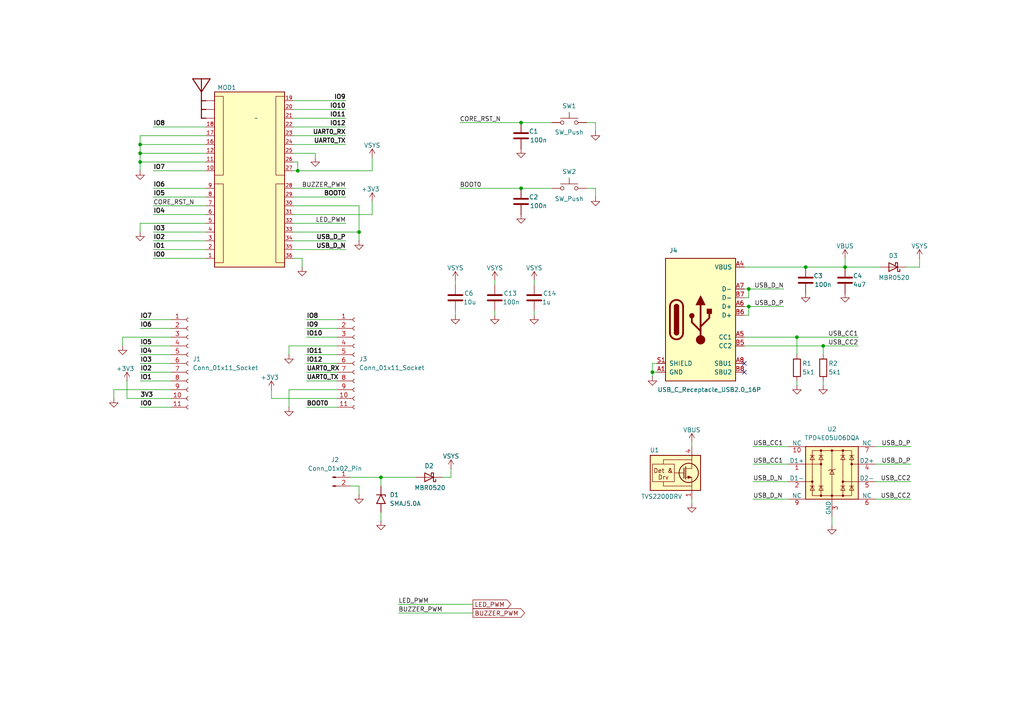
<source format=kicad_sch>
(kicad_sch (version 20250114) (generator "eeschema") (generator_version "9.0")
  (paper "A4")
  (lib_symbols
    (symbol "Connector:Conn_01x02_Pin" (pin_names (offset 1.016) (hide yes))
      (property "Reference" "J" (at 0 2.54 0))
      (property "Value" "Conn_01x02_Pin" (at 0 -5.08 0))
      (symbol "Conn_01x02_Pin_1_1"
        (rectangle (start 0.8636 0.127) (end 0 -0.127) (stroke (width 0.1524)) (fill (type outline)))
        (rectangle (start 0.8636 -2.413) (end 0 -2.667) (stroke (width 0.1524)) (fill (type outline)))
        (polyline (pts (xy 1.27 0) (xy 0.8636 0)) (stroke (width 0.1524)))
        (polyline (pts (xy 1.27 -2.54) (xy 0.8636 -2.54)) (stroke (width 0.1524)))
        (pin passive line (at 5.08 0 180) (length 3.81) (name "Pin_1") (number "1"))
        (pin passive line (at 5.08 -2.54 180) (length 3.81) (name "Pin_2") (number "2"))
      )
    )
    (symbol "Connector:Conn_01x11_Socket" (pin_names (offset 1.016) (hide yes))
      (property "Reference" "J" (at 0 15.24 0))
      (property "Value" "Conn_01x11_Socket" (at 0 -15.24 0))
      (symbol "Conn_01x11_Socket_1_1"
        (polyline (pts (xy -1.27 12.7) (xy -0.508 12.7)) (stroke (width 0.1524)))
        (polyline (pts (xy -1.27 10.16) (xy -0.508 10.16)) (stroke (width 0.1524)))
        (polyline (pts (xy -1.27 7.62) (xy -0.508 7.62)) (stroke (width 0.1524)))
        (polyline (pts (xy -1.27 5.08) (xy -0.508 5.08)) (stroke (width 0.1524)))
        (polyline (pts (xy -1.27 2.54) (xy -0.508 2.54)) (stroke (width 0.1524)))
        (polyline (pts (xy -1.27 0) (xy -0.508 0)) (stroke (width 0.1524)))
        (polyline (pts (xy -1.27 -2.54) (xy -0.508 -2.54)) (stroke (width 0.1524)))
        (polyline (pts (xy -1.27 -5.08) (xy -0.508 -5.08)) (stroke (width 0.1524)))
        (polyline (pts (xy -1.27 -7.62) (xy -0.508 -7.62)) (stroke (width 0.1524)))
        (polyline (pts (xy -1.27 -10.16) (xy -0.508 -10.16)) (stroke (width 0.1524)))
        (polyline (pts (xy -1.27 -12.7) (xy -0.508 -12.7)) (stroke (width 0.1524)))
        (arc (start 0 12.192) (mid -0.5058 12.7) (end 0 13.208) (stroke (width 0.1524)))
        (arc (start 0 9.652) (mid -0.5058 10.16) (end 0 10.668) (stroke (width 0.1524)))
        (arc (start 0 7.112) (mid -0.5058 7.62) (end 0 8.128) (stroke (width 0.1524)))
        (arc (start 0 4.572) (mid -0.5058 5.08) (end 0 5.588) (stroke (width 0.1524)))
        (arc (start 0 2.032) (mid -0.5058 2.54) (end 0 3.048) (stroke (width 0.1524)))
        (arc (start 0 -0.508) (mid -0.5058 0) (end 0 0.508) (stroke (width 0.1524)))
        (arc (start 0 -3.048) (mid -0.5058 -2.54) (end 0 -2.032) (stroke (width 0.1524)))
        (arc (start 0 -5.588) (mid -0.5058 -5.08) (end 0 -4.572) (stroke (width 0.1524)))
        (arc (start 0 -8.128) (mid -0.5058 -7.62) (end 0 -7.112) (stroke (width 0.1524)))
        (arc (start 0 -10.668) (mid -0.5058 -10.16) (end 0 -9.652) (stroke (width 0.1524)))
        (arc (start 0 -13.208) (mid -0.5058 -12.7) (end 0 -12.192) (stroke (width 0.1524)))
        (pin passive line (at -5.08 12.7 0) (length 3.81) (name "Pin_1") (number "1"))
        (pin passive line (at -5.08 10.16 0) (length 3.81) (name "Pin_2") (number "2"))
        (pin passive line (at -5.08 7.62 0) (length 3.81) (name "Pin_3") (number "3"))
        (pin passive line (at -5.08 5.08 0) (length 3.81) (name "Pin_4") (number "4"))
        (pin passive line (at -5.08 2.54 0) (length 3.81) (name "Pin_5") (number "5"))
        (pin passive line (at -5.08 0 0) (length 3.81) (name "Pin_6") (number "6"))
        (pin passive line (at -5.08 -2.54 0) (length 3.81) (name "Pin_7") (number "7"))
        (pin passive line (at -5.08 -5.08 0) (length 3.81) (name "Pin_8") (number "8"))
        (pin passive line (at -5.08 -7.62 0) (length 3.81) (name "Pin_9") (number "9"))
        (pin passive line (at -5.08 -10.16 0) (length 3.81) (name "Pin_10") (number "10"))
        (pin passive line (at -5.08 -12.7 0) (length 3.81) (name "Pin_11") (number "11"))
      )
    )
    (symbol "Device:C" (pin_numbers (hide yes)) (pin_names (offset 0.254))
      (property "Reference" "C" (at 0.635 2.54 0))
      (property "Value" "C" (at 0.635 -2.54 0))
      (symbol "C_0_1"
        (polyline (pts (xy -2.032 0.762) (xy 2.032 0.762)) (stroke (width 0.508)))
        (polyline (pts (xy -2.032 -0.762) (xy 2.032 -0.762)) (stroke (width 0.508)))
      )
      (symbol "C_1_1"
        (pin passive line (at 0 3.81 270) (length 2.794) (name "~") (number "1"))
        (pin passive line (at 0 -3.81 90) (length 2.794) (name "~") (number "2"))
      )
    )
    (symbol "Device:R" (pin_numbers (hide yes)) (pin_names (offset 0))
      (property "Reference" "R" (at 2.032 0 90))
      (property "Value" "R" (at 0 0 90))
      (symbol "R_0_1"
        (rectangle (start -1.016 -2.54) (end 1.016 2.54) (stroke (width 0.254)))
      )
      (symbol "R_1_1"
        (pin passive line (at 0 3.81 270) (length 1.27) (name "~") (number "1"))
        (pin passive line (at 0 -3.81 90) (length 1.27) (name "~") (number "2"))
      )
    )
    (symbol "Diode:MBR0520" (pin_numbers (hide yes)) (pin_names (offset 1.016) (hide yes))
      (property "Reference" "D" (at 0 2.54 0))
      (property "Value" "MBR0520" (at 0 -2.54 0))
      (symbol "MBR0520_0_1"
        (polyline (pts (xy -1.905 0.635) (xy -1.905 1.27) (xy -1.27 1.27) (xy -1.27 -1.27) (xy -0.635 -1.27) (xy -0.635 -0.635)) (stroke (width 0.254)))
        (polyline (pts (xy 1.27 1.27) (xy 1.27 -1.27) (xy -1.27 0) (xy 1.27 1.27)) (stroke (width 0.254)))
        (polyline (pts (xy 1.27 0) (xy -1.27 0)))
      )
      (symbol "MBR0520_1_1"
        (pin passive line (at -3.81 0 0) (length 2.54) (name "K") (number "1"))
        (pin passive line (at 3.81 0 180) (length 2.54) (name "A") (number "2"))
      )
    )
    (symbol "Diode:SMAJ5.0A" (pin_numbers (hide yes)) (pin_names (offset 1.016) (hide yes))
      (property "Reference" "D" (at 0 2.54 0))
      (property "Value" "SMAJ5.0A" (at 0 -2.54 0))
      (symbol "SMAJ5.0A_0_1"
        (polyline (pts (xy -0.762 1.27) (xy -1.27 1.27) (xy -1.27 -1.27)) (stroke (width 0.254)))
        (polyline (pts (xy 1.27 1.27) (xy 1.27 -1.27) (xy -1.27 0) (xy 1.27 1.27)) (stroke (width 0.254)))
      )
      (symbol "SMAJ5.0A_1_1"
        (pin passive line (at -3.81 0 0) (length 2.54) (name "A1") (number "1"))
        (pin passive line (at 3.81 0 180) (length 2.54) (name "A2") (number "2"))
      )
    )
    (symbol "ModLib:GND" (power) (pin_numbers (hide yes)) (pin_names (offset 0) (hide yes))
      (symbol "GND_0_1"
        (polyline (pts (xy 0 0) (xy 0 -1.27) (xy 1.27 -1.27) (xy 0 -2.54) (xy -1.27 -1.27) (xy 0 -1.27)))
      )
      (symbol "GND_1_1"
        (pin power_in line (at 0 0 270) (length 0) (name "~") (number "1"))
      )
    )
    (symbol "ModLib:VBUS" (power) (pin_numbers (hide yes)) (pin_names (offset 0) (hide yes))
      (property "Value" "VBUS" (at 0 3.556 0))
      (symbol "VBUS_0_1"
        (polyline (pts (xy -0.762 1.27) (xy 0 2.54)))
        (polyline (pts (xy 0 2.54) (xy 0.762 1.27)))
        (polyline (pts (xy 0 0) (xy 0 2.54)))
      )
      (symbol "VBUS_1_1"
        (pin power_in line (at 0 0 90) (length 0) (name "~") (number "1"))
      )
    )
    (symbol "ModWorksSymbols:ADA-Core_Under-Pads"
      (property "Reference" "MOD" (at -7.874 16.256 0))
      (property "Value" "ADA-Core-SoM-v1" (at 1.524 -36.83 0))
      (symbol "ADA-Core_Under-Pads_0_1"
        (polyline (pts (xy -16.51 19.05) (xy -11.43 19.05)) (stroke (width 0.3)))
        (polyline (pts (xy -13.97 15.24) (xy -16.51 19.05)) (stroke (width 0.3)))
        (polyline (pts (xy -13.97 15.24) (xy -13.97 19.05)) (stroke (width 0.3)))
        (polyline (pts (xy -13.97 15.24) (xy -11.43 19.05)) (stroke (width 0.3)))
        (polyline (pts (xy -13.97 7.62) (xy -13.97 15.24)) (stroke (width 0.3)))
        (polyline (pts (xy -12.7 12.7) (xy -13.97 12.7)) (stroke (width 0.3)))
        (polyline (pts (xy -12.7 12.7) (xy -10.16 12.7)) (stroke (width 0.15)))
        (polyline (pts (xy -12.7 10.16) (xy -13.97 10.16)) (stroke (width 0.3)))
        (polyline (pts (xy -12.7 10.16) (xy -10.16 10.16)) (stroke (width 0.15)))
        (polyline (pts (xy -12.7 7.62) (xy -13.97 7.62)) (stroke (width 0.3)))
        (polyline (pts (xy -12.7 7.62) (xy -10.16 7.62)) (stroke (width 0.15)))
        (polyline (pts (xy -10.16 -8.89) (xy -7.62 -8.89) (xy -7.62 13.97) (xy -10.16 13.97)))
        (polyline (pts (xy -10.16 -34.29) (xy -7.62 -34.29) (xy -7.62 -11.43) (xy -10.16 -11.43)))
        (polyline (pts (xy 10.16 13.97) (xy 7.62 13.97) (xy 7.62 -8.89) (xy 10.16 -8.89)))
        (polyline (pts (xy 10.16 -11.43) (xy 7.62 -11.43) (xy 7.62 -34.29) (xy 10.16 -34.29)))
      )
      (symbol "ADA-Core_Under-Pads_1_1"
        (rectangle (start -10.16 15.24) (end 10.16 -35.56) (stroke (width 0.25)) (fill (type background)))
        (pin passive line (at -12.7 5.08 0) (length 2.54) (name "") (number "18"))
        (pin passive line (at -12.7 2.54 0) (length 2.54) (name "") (number "17"))
        (pin passive line (at -12.7 0 0) (length 2.54) (name "") (number "16"))
        (pin passive line (at -12.7 -2.54 0) (length 2.54) (name "") (number "12"))
        (pin passive line (at -12.7 -5.08 0) (length 2.54) (name "") (number "11"))
        (pin passive line (at -12.7 -7.62 0) (length 2.54) (name "") (number "10"))
        (pin passive line (at -12.7 -12.7 0) (length 2.54) (name "") (number "9"))
        (pin passive line (at -12.7 -15.24 0) (length 2.54) (name "") (number "8"))
        (pin passive line (at -12.7 -17.78 0) (length 2.54) (name "") (number "7"))
        (pin passive line (at -12.7 -20.32 0) (length 2.54) (name "") (number "6"))
        (pin passive line (at -12.7 -22.86 0) (length 2.54) (name "") (number "5"))
        (pin passive line (at -12.7 -25.4 0) (length 2.54) (name "") (number "4"))
        (pin passive line (at -12.7 -27.94 0) (length 2.54) (name "") (number "3"))
        (pin passive line (at -12.7 -30.48 0) (length 2.54) (name "") (number "2"))
        (pin passive line (at -12.7 -33.02 0) (length 2.54) (name "") (number "1"))
        (pin passive line (at 12.7 12.7 180) (length 2.54) (name "") (number "19"))
        (pin passive line (at 12.7 10.16 180) (length 2.54) (name "") (number "20"))
        (pin passive line (at 12.7 7.62 180) (length 2.54) (name "") (number "21"))
        (pin passive line (at 12.7 5.08 180) (length 2.54) (name "") (number "22"))
        (pin passive line (at 12.7 2.54 180) (length 2.54) (name "") (number "23"))
        (pin passive line (at 12.7 0 180) (length 2.54) (name "") (number "24"))
        (pin passive line (at 12.7 -2.54 180) (length 2.54) (name "") (number "25"))
        (pin passive line (at 12.7 -5.08 180) (length 2.54) (name "") (number "26"))
        (pin passive line (at 12.7 -7.62 180) (length 2.54) (name "") (number "27"))
        (pin passive line (at 12.7 -12.7 180) (length 2.54) (name "") (number "28"))
        (pin passive line (at 12.7 -15.24 180) (length 2.54) (name "") (number "29"))
        (pin passive line (at 12.7 -17.78 180) (length 2.54) (name "") (number "30"))
        (pin passive line (at 12.7 -20.32 180) (length 2.54) (name "") (number "31"))
        (pin passive line (at 12.7 -22.86 180) (length 2.54) (name "") (number "32"))
        (pin passive line (at 12.7 -25.4 180) (length 2.54) (name "") (number "33"))
        (pin passive line (at 12.7 -27.94 180) (length 2.54) (name "") (number "34"))
        (pin passive line (at 12.7 -30.48 180) (length 2.54) (name "") (number "35"))
        (pin passive line (at 12.7 -33.02 180) (length 2.54) (name "") (number "36"))
      )
    )
    (symbol "ModWorksSymbols:SW_Push_1" (pin_numbers (hide yes)) (pin_names (offset 1.016) (hide yes))
      (property "Reference" "SW1" (at 0 7.62 0))
      (property "Value" "SW_Push" (at 0 5.08 0))
      (symbol "SW_Push_1_0_1"
        (circle (center -2.032 0) (radius 0.508))
        (polyline (pts (xy 0 1.27) (xy 0 3.048)))
        (circle (center 2.032 0) (radius 0.508))
        (polyline (pts (xy 2.54 1.27) (xy -2.54 1.27)))
        (pin passive line (at -5.08 0 0) (length 2.54) (name "1") (number "1"))
      )
      (symbol "SW_Push_1_1_1"
        (pin passive line (at -5.08 0 0) (length 2.54) (name "2") (number "2"))
        (pin passive line (at 5.08 0 180) (length 2.54) (name "3") (number "3"))
        (pin passive line (at 5.08 0 180) (length 2.54) (name "4") (number "4"))
      )
    )
    (symbol "ModWorksSymbols:USB_C_Receptacle_USB2.0_16P" (pin_names (offset 1.016))
      (property "Reference" "J1" (at -7.874 20.066 0))
      (property "Value" "USB_C_Receptacle_USB2.0_16P" (at 0 -29.21 0))
      (symbol "USB_C_Receptacle_USB2.0_16P_0_1"
        (rectangle (start -10.16 17.78) (end 10.16 -17.78) (stroke (width 0.254)) (fill (type background)))
        (polyline (pts (xy -8.89 -3.81) (xy -8.89 3.81)) (stroke (width 0.508)))
        (rectangle (start -7.62 -3.81) (end -6.35 3.81) (stroke (width 0.254)) (fill (type outline)))
        (arc (start -7.62 3.81) (mid -6.985 4.4423) (end -6.35 3.81) (stroke (width 0.254)))
        (arc (start -7.62 3.81) (mid -6.985 4.4423) (end -6.35 3.81) (stroke (width 0.254)) (fill (type outline)))
        (arc (start -8.89 3.81) (mid -6.985 5.7067) (end -5.08 3.81) (stroke (width 0.508)))
        (arc (start -5.08 -3.81) (mid -6.985 -5.7067) (end -8.89 -3.81) (stroke (width 0.508)))
        (arc (start -6.35 -3.81) (mid -6.985 -4.4423) (end -7.62 -3.81) (stroke (width 0.254)))
        (arc (start -6.35 -3.81) (mid -6.985 -4.4423) (end -7.62 -3.81) (stroke (width 0.254)) (fill (type outline)))
        (polyline (pts (xy -5.08 3.81) (xy -5.08 -3.81)) (stroke (width 0.508)))
        (circle (center -2.54 1.143) (radius 0.635) (stroke (width 0.254)) (fill (type outline)))
        (polyline (pts (xy -1.27 4.318) (xy 0 6.858) (xy 1.27 4.318) (xy -1.27 4.318)) (stroke (width 0.254)) (fill (type outline)))
        (polyline (pts (xy 0 -2.032) (xy 2.54 0.508) (xy 2.54 1.778)) (stroke (width 0.508)))
        (polyline (pts (xy 0 -3.302) (xy -2.54 -0.762) (xy -2.54 0.508)) (stroke (width 0.508)))
        (polyline (pts (xy 0 -5.842) (xy 0 4.318)) (stroke (width 0.508)))
        (circle (center 0 -5.842) (radius 1.27) (fill (type outline)))
        (rectangle (start 1.905 1.778) (end 3.175 3.048) (stroke (width 0.254)) (fill (type outline)))
      )
      (symbol "USB_C_Receptacle_USB2.0_16P_1_1"
        (pin passive line (at -12.7 -12.7 0) (length 2.54) (name "SHIELD") (number "S1"))
        (pin passive line (at -12.7 -15.24 0) (length 2.54) (name "GND") (number "A1"))
        (pin passive line (at -12.7 -15.24 0) (length 2.54) (hide yes) (name "GND") (number "A12"))
        (pin passive line (at -12.7 -15.24 0) (length 2.54) (hide yes) (name "GND") (number "B1"))
        (pin passive line (at -12.7 -15.24 0) (length 2.54) (hide yes) (name "GND") (number "B12"))
        (pin passive line (at 12.7 15.24 180) (length 2.54) (name "VBUS") (number "A4"))
        (pin passive line (at 12.7 15.24 180) (length 2.54) (hide yes) (name "VBUS") (number "A9"))
        (pin passive line (at 12.7 15.24 180) (length 2.54) (hide yes) (name "VBUS") (number "B4"))
        (pin passive line (at 12.7 15.24 180) (length 2.54) (hide yes) (name "VBUS") (number "B9"))
        (pin bidirectional line (at 12.7 8.89 180) (length 2.54) (name "D-") (number "A7"))
        (pin bidirectional line (at 12.7 6.35 180) (length 2.54) (name "D-") (number "B7"))
        (pin bidirectional line (at 12.7 3.81 180) (length 2.54) (name "D+") (number "A6"))
        (pin bidirectional line (at 12.7 1.27 180) (length 2.54) (name "D+") (number "B6"))
        (pin bidirectional line (at 12.7 -5.08 180) (length 2.54) (name "CC1") (number "A5"))
        (pin bidirectional line (at 12.7 -7.62 180) (length 2.54) (name "CC2") (number "B5"))
        (pin bidirectional line (at 12.7 -12.7 180) (length 2.54) (name "SBU1") (number "A8"))
        (pin bidirectional line (at 12.7 -15.24 180) (length 2.54) (name "SBU2") (number "B8"))
      )
    )
    (symbol "Power_Protection:TPD4E05U06DQA" (pin_names (offset 0))
      (property "Reference" "U" (at -0.635 8.89 0))
      (property "Value" "TPD4E05U06DQA" (at 1.905 -10.16 0))
      (symbol "TPD4E05U06DQA_0_0"
        (rectangle (start -5.715 6.477) (end 5.715 -6.604))
        (polyline (pts (xy -3.175 -6.604) (xy -3.175 6.477)))
        (polyline (pts (xy 0 6.477) (xy 0 -6.604)))
        (polyline (pts (xy 3.175 6.477) (xy 3.175 -6.604)))
      )
      (symbol "TPD4E05U06DQA_0_1"
        (polyline (pts (xy -7.747 2.54) (xy -3.175 2.54)))
        (rectangle (start -7.62 7.62) (end 7.62 -7.62) (stroke (width 0.254)) (fill (type background)))
        (polyline (pts (xy -7.62 -2.54) (xy -5.715 -2.54)))
        (circle (center -5.715 -2.54) (radius 0.2794) (fill (type outline)))
        (polyline (pts (xy -5.08 5.08) (xy -6.35 5.08)))
        (polyline (pts (xy -5.08 3.81) (xy -6.35 3.81) (xy -5.715 5.08) (xy -5.08 3.81)))
        (polyline (pts (xy -5.08 -3.81) (xy -6.35 -3.81)))
        (polyline (pts (xy -5.08 -5.08) (xy -6.35 -5.08) (xy -5.715 -3.81) (xy -5.08 -5.08)))
        (circle (center -3.175 6.477) (radius 0.2794) (fill (type outline)))
        (circle (center -3.175 2.54) (radius 0.2794) (fill (type outline)))
        (circle (center -3.175 -6.604) (radius 0.2794) (fill (type outline)))
        (polyline (pts (xy -2.54 5.08) (xy -3.81 5.08)))
        (polyline (pts (xy -2.54 3.81) (xy -3.81 3.81) (xy -3.175 5.08) (xy -2.54 3.81)))
        (polyline (pts (xy -2.54 -3.81) (xy -3.81 -3.81)))
        (polyline (pts (xy -2.54 -5.08) (xy -3.81 -5.08) (xy -3.175 -3.81) (xy -2.54 -5.08)))
        (polyline (pts (xy -0.635 0.889) (xy -1.016 0.635)))
        (circle (center 0 6.477) (radius 0.2794) (fill (type outline)))
        (polyline (pts (xy 0 -6.604) (xy 0 -7.62)))
        (circle (center 0 -6.604) (radius 0.2794) (fill (type outline)))
        (polyline (pts (xy 0.635 0.889) (xy -0.635 0.889)))
        (polyline (pts (xy 0.635 0.889) (xy 1.016 1.143)))
        (polyline (pts (xy 0.635 -0.381) (xy -0.635 -0.381) (xy 0 0.889) (xy 0.635 -0.381)))
        (circle (center 3.175 6.477) (radius 0.2794) (fill (type outline)))
        (circle (center 3.175 -2.54) (radius 0.2794) (fill (type outline)))
        (circle (center 3.175 -6.604) (radius 0.2794) (fill (type outline)))
        (polyline (pts (xy 3.81 5.08) (xy 2.54 5.08)))
        (polyline (pts (xy 3.81 3.81) (xy 2.54 3.81) (xy 3.175 5.08) (xy 3.81 3.81)))
        (polyline (pts (xy 3.81 -3.81) (xy 2.54 -3.81)))
        (polyline (pts (xy 3.81 -5.08) (xy 2.54 -5.08) (xy 3.175 -3.81) (xy 3.81 -5.08)))
        (circle (center 5.715 2.54) (radius 0.2794) (fill (type outline)))
        (polyline (pts (xy 6.35 5.08) (xy 5.08 5.08)))
        (polyline (pts (xy 6.35 3.81) (xy 5.08 3.81) (xy 5.715 5.08) (xy 6.35 3.81)))
        (polyline (pts (xy 6.35 -3.81) (xy 5.08 -3.81)))
        (polyline (pts (xy 6.35 -5.08) (xy 5.08 -5.08) (xy 5.715 -3.81) (xy 6.35 -5.08)))
        (polyline (pts (xy 7.62 2.54) (xy 5.715 2.54)))
        (polyline (pts (xy 7.62 -2.54) (xy 3.175 -2.54)))
      )
      (symbol "TPD4E05U06DQA_1_1"
        (pin free line (at -12.7 7.62 0) (length 5.08) (name "NC") (number "10"))
        (pin passive line (at -12.7 2.54 0) (length 5.08) (name "D1+") (number "1"))
        (pin passive line (at -12.7 -2.54 0) (length 5.08) (name "D1-") (number "2"))
        (pin free line (at -12.7 -7.62 0) (length 5.08) (name "NC") (number "9"))
        (pin power_in line (at 0 -12.7 90) (length 5.08) (name "GND") (number "3"))
        (pin passive line (at 0 -12.7 90) (length 5.08) (hide yes) (name "GND") (number "8"))
        (pin free line (at 12.7 7.62 180) (length 5.08) (name "NC") (number "7"))
        (pin passive line (at 12.7 2.54 180) (length 5.08) (name "D2+") (number "4"))
        (pin passive line (at 12.7 -2.54 180) (length 5.08) (name "D2-") (number "5"))
        (pin free line (at 12.7 -7.62 180) (length 5.08) (name "NC") (number "6"))
      )
    )
    (symbol "Power_Protection:TVS2200DRV" (pin_names (offset 0) (hide yes))
      (property "Reference" "U" (at 2.54 1.27 0))
      (property "Value" "TVS2200DRV" (at 2.54 -1.27 0))
      (symbol "TVS2200DRV_0_0"
        (rectangle (start -11.43 2.54) (end -5.08 -2.54))
        (polyline (pts (xy -8.255 2.54) (xy -8.255 3.81) (xy 0 3.81)))
        (polyline (pts (xy -8.255 -2.54) (xy -8.255 -3.81) (xy 0 -3.81)))
        (polyline (pts (xy 0 1.27) (xy -1.778 1.27)))
        (text "Det &" (at -8.255 0.635 0) (effects (font (size 1.27 1.27))))
        (text "Drv" (at -8.255 -1.27 0) (effects (font (size 1.27 1.27))))
      )
      (symbol "TVS2200DRV_0_1"
        (rectangle (start -12.065 5.08) (end 2.54 -5.08) (stroke (width 0.254)) (fill (type background)))
        (polyline (pts (xy -2.286 1.397) (xy -2.286 -1.524)) (stroke (width 0.254)))
        (polyline (pts (xy -2.286 0) (xy -5.08 0)))
        (polyline (pts (xy -1.778 1.778) (xy -1.778 -1.778)) (stroke (width 0.254)))
        (circle (center -0.889 0) (radius 2.794) (stroke (width 0.254)))
        (polyline (pts (xy -0.127 -1.27) (xy -1.143 -1.651) (xy -1.143 -0.889) (xy -0.127 -1.27)) (fill (type outline)))
        (polyline (pts (xy 0 5.08) (xy 0 2.54)))
        (polyline (pts (xy 0 2.54) (xy 0 1.27)))
        (polyline (pts (xy 0 -2.54) (xy 0 -5.08)))
        (polyline (pts (xy 0 -2.54) (xy 0 -1.27) (xy -1.778 -1.27)))
      )
      (symbol "TVS2200DRV_1_1"
        (pin passive line (at 0 7.62 270) (length 2.54) (name "IN") (number "4"))
        (pin passive line (at 0 7.62 270) (length 2.54) (hide yes) (name "IN") (number "5"))
        (pin passive line (at 0 7.62 270) (length 2.54) (hide yes) (name "IN") (number "6"))
        (pin power_in line (at 0 -7.62 90) (length 2.54) (name "GND") (number "1"))
        (pin passive line (at 0 -7.62 90) (length 2.54) (hide yes) (name "GND") (number "2"))
        (pin passive line (at 0 -7.62 90) (length 2.54) (hide yes) (name "GND") (number "3"))
        (pin passive line (at 0 -7.62 90) (length 2.54) (hide yes) (name "GND") (number "7"))
      )
    )
  )
  (junction (at 245.11 77.47))
  (junction (at 40.64 46.99))
  (junction (at 217.17 88.9))
  (junction (at 110.49 138.43))
  (junction (at 189.23 107.95))
  (junction (at 238.76 100.33))
  (junction (at 217.17 83.82))
  (junction (at 104.14 67.31))
  (junction (at 86.36 49.53))
  (junction (at 40.64 41.91))
  (junction (at 233.68 77.47))
  (junction (at 231.14 97.79))
  (junction (at 40.64 44.45))
  (junction (at 151.13 35.56))
  (junction (at 151.13 54.61))
  (no_connect (at 215.9 105.41))
  (no_connect (at 215.9 107.95))
  (wire (pts (xy 104.14 59.69) (xy 104.14 67.31)))
  (wire (pts (xy 44.45 74.93) (xy 59.69 74.93)))
  (wire (pts (xy 40.64 39.37) (xy 59.69 39.37)))
  (wire (pts (xy 137.16 175.26) (xy 115.57 175.26)))
  (wire (pts (xy 218.44 129.54) (xy 228.6 129.54)))
  (wire (pts (xy 44.45 67.31) (xy 59.69 67.31)))
  (wire (pts (xy 40.64 46.99) (xy 59.69 46.99)))
  (wire (pts (xy 40.64 67.31) (xy 40.64 64.77)))
  (wire (pts (xy 215.9 97.79) (xy 231.14 97.79)))
  (wire (pts (xy 85.09 62.23) (xy 107.95 62.23)))
  (wire (pts (xy 33.02 113.03) (xy 49.53 113.03)))
  (wire (pts (xy 110.49 138.43) (xy 110.49 140.97)))
  (wire (pts (xy 217.17 83.82) (xy 227.33 83.82)))
  (wire (pts (xy 264.16 129.54) (xy 254 129.54)))
  (wire (pts (xy 217.17 88.9) (xy 217.17 91.44)))
  (wire (pts (xy 85.09 46.99) (xy 86.36 46.99)))
  (wire (pts (xy 215.9 100.33) (xy 238.76 100.33)))
  (wire (pts (xy 44.45 49.53) (xy 59.69 49.53)))
  (wire (pts (xy 170.18 35.56) (xy 172.72 35.56)))
  (wire (pts (xy 44.45 36.83) (xy 59.69 36.83)))
  (wire (pts (xy 189.23 107.95) (xy 189.23 109.22)))
  (wire (pts (xy 189.23 105.41) (xy 189.23 107.95)))
  (wire (pts (xy 100.33 72.39) (xy 85.09 72.39)))
  (wire (pts (xy 88.9 107.95) (xy 97.79 107.95)))
  (wire (pts (xy 44.45 54.61) (xy 59.69 54.61)))
  (wire (pts (xy 40.64 105.41) (xy 49.53 105.41)))
  (wire (pts (xy 218.44 139.7) (xy 228.6 139.7)))
  (wire (pts (xy 107.95 45.72) (xy 107.95 49.53)))
  (wire (pts (xy 40.64 44.45) (xy 59.69 44.45)))
  (wire (pts (xy 85.09 74.93) (xy 87.63 74.93)))
  (wire (pts (xy 40.64 110.49) (xy 49.53 110.49)))
  (wire (pts (xy 85.09 59.69) (xy 104.14 59.69)))
  (wire (pts (xy 44.45 57.15) (xy 59.69 57.15)))
  (wire (pts (xy 200.66 146.05) (xy 200.66 144.78)))
  (wire (pts (xy 231.14 97.79) (xy 231.14 102.87)))
  (wire (pts (xy 133.35 54.61) (xy 151.13 54.61)))
  (wire (pts (xy 40.64 44.45) (xy 40.64 41.91)))
  (wire (pts (xy 266.7 74.93) (xy 266.7 77.47)))
  (wire (pts (xy 83.82 113.03) (xy 83.82 118.11)))
  (wire (pts (xy 33.02 115.57) (xy 33.02 113.03)))
  (wire (pts (xy 172.72 35.56) (xy 172.72 38.1)))
  (wire (pts (xy 104.14 140.97) (xy 104.14 143.51)))
  (wire (pts (xy 190.5 107.95) (xy 189.23 107.95)))
  (wire (pts (xy 151.13 35.56) (xy 160.02 35.56)))
  (wire (pts (xy 86.36 49.53) (xy 107.95 49.53)))
  (wire (pts (xy 104.14 69.85) (xy 104.14 67.31)))
  (wire (pts (xy 233.68 77.47) (xy 245.11 77.47)))
  (wire (pts (xy 36.83 110.49) (xy 36.83 115.57)))
  (wire (pts (xy 88.9 95.25) (xy 97.79 95.25)))
  (wire (pts (xy 132.08 90.17) (xy 132.08 91.44)))
  (wire (pts (xy 35.56 97.79) (xy 49.53 97.79)))
  (wire (pts (xy 44.45 72.39) (xy 59.69 72.39)))
  (wire (pts (xy 218.44 144.78) (xy 228.6 144.78)))
  (wire (pts (xy 132.08 81.28) (xy 132.08 82.55)))
  (wire (pts (xy 217.17 88.9) (xy 227.33 88.9)))
  (wire (pts (xy 143.51 90.17) (xy 143.51 91.44)))
  (wire (pts (xy 40.64 41.91) (xy 59.69 41.91)))
  (wire (pts (xy 100.33 69.85) (xy 85.09 69.85)))
  (wire (pts (xy 264.16 144.78) (xy 254 144.78)))
  (wire (pts (xy 151.13 54.61) (xy 160.02 54.61)))
  (wire (pts (xy 200.66 128.27) (xy 200.66 129.54)))
  (wire (pts (xy 231.14 97.79) (xy 248.92 97.79)))
  (wire (pts (xy 40.64 107.95) (xy 49.53 107.95)))
  (wire (pts (xy 101.6 138.43) (xy 110.49 138.43)))
  (wire (pts (xy 40.64 49.53) (xy 40.64 46.99)))
  (wire (pts (xy 130.81 138.43) (xy 128.27 138.43)))
  (wire (pts (xy 40.64 118.11) (xy 49.53 118.11)))
  (wire (pts (xy 100.33 29.21) (xy 85.09 29.21)))
  (wire (pts (xy 36.83 115.57) (xy 49.53 115.57)))
  (wire (pts (xy 130.81 135.89) (xy 130.81 138.43)))
  (wire (pts (xy 215.9 77.47) (xy 233.68 77.47)))
  (wire (pts (xy 44.45 62.23) (xy 59.69 62.23)))
  (wire (pts (xy 78.74 113.03) (xy 78.74 115.57)))
  (wire (pts (xy 86.36 46.99) (xy 86.36 49.53)))
  (wire (pts (xy 215.9 88.9) (xy 217.17 88.9)))
  (wire (pts (xy 83.82 100.33) (xy 97.79 100.33)))
  (wire (pts (xy 100.33 34.29) (xy 85.09 34.29)))
  (wire (pts (xy 91.44 44.45) (xy 85.09 44.45)))
  (wire (pts (xy 85.09 49.53) (xy 86.36 49.53)))
  (wire (pts (xy 88.9 110.49) (xy 97.79 110.49)))
  (wire (pts (xy 100.33 41.91) (xy 85.09 41.91)))
  (wire (pts (xy 215.9 86.36) (xy 217.17 86.36)))
  (wire (pts (xy 40.64 64.77) (xy 59.69 64.77)))
  (wire (pts (xy 107.95 58.42) (xy 107.95 62.23)))
  (wire (pts (xy 238.76 111.76) (xy 238.76 110.49)))
  (wire (pts (xy 101.6 140.97) (xy 104.14 140.97)))
  (wire (pts (xy 78.74 115.57) (xy 97.79 115.57)))
  (wire (pts (xy 88.9 102.87) (xy 97.79 102.87)))
  (wire (pts (xy 215.9 83.82) (xy 217.17 83.82)))
  (wire (pts (xy 87.63 74.93) (xy 87.63 77.47)))
  (wire (pts (xy 264.16 139.7) (xy 254 139.7)))
  (wire (pts (xy 44.45 69.85) (xy 59.69 69.85)))
  (wire (pts (xy 88.9 105.41) (xy 97.79 105.41)))
  (wire (pts (xy 91.44 44.45) (xy 91.44 45.72)))
  (wire (pts (xy 100.33 36.83) (xy 85.09 36.83)))
  (wire (pts (xy 218.44 134.62) (xy 228.6 134.62)))
  (wire (pts (xy 40.64 46.99) (xy 40.64 44.45)))
  (wire (pts (xy 266.7 77.47) (xy 262.89 77.47)))
  (wire (pts (xy 40.64 100.33) (xy 49.53 100.33)))
  (wire (pts (xy 172.72 54.61) (xy 172.72 57.15)))
  (wire (pts (xy 264.16 134.62) (xy 254 134.62)))
  (wire (pts (xy 40.64 102.87) (xy 49.53 102.87)))
  (wire (pts (xy 154.94 90.17) (xy 154.94 91.44)))
  (wire (pts (xy 238.76 100.33) (xy 248.92 100.33)))
  (wire (pts (xy 245.11 74.93) (xy 245.11 77.47)))
  (wire (pts (xy 217.17 83.82) (xy 217.17 86.36)))
  (wire (pts (xy 40.64 92.71) (xy 49.53 92.71)))
  (wire (pts (xy 100.33 31.75) (xy 85.09 31.75)))
  (wire (pts (xy 245.11 77.47) (xy 255.27 77.47)))
  (wire (pts (xy 231.14 110.49) (xy 231.14 111.76)))
  (wire (pts (xy 154.94 81.28) (xy 154.94 82.55)))
  (wire (pts (xy 83.82 100.33) (xy 83.82 102.87)))
  (wire (pts (xy 241.3 152.4) (xy 241.3 149.86)))
  (wire (pts (xy 83.82 113.03) (xy 97.79 113.03)))
  (wire (pts (xy 100.33 64.77) (xy 85.09 64.77)))
  (wire (pts (xy 88.9 118.11) (xy 97.79 118.11)))
  (wire (pts (xy 40.64 41.91) (xy 40.64 39.37)))
  (wire (pts (xy 40.64 95.25) (xy 49.53 95.25)))
  (wire (pts (xy 137.16 177.8) (xy 115.57 177.8)))
  (wire (pts (xy 88.9 92.71) (xy 97.79 92.71)))
  (wire (pts (xy 110.49 151.13) (xy 110.49 148.59)))
  (wire (pts (xy 238.76 100.33) (xy 238.76 102.87)))
  (wire (pts (xy 100.33 54.61) (xy 85.09 54.61)))
  (wire (pts (xy 100.33 39.37) (xy 85.09 39.37)))
  (wire (pts (xy 44.45 59.69) (xy 59.69 59.69)))
  (wire (pts (xy 100.33 57.15) (xy 85.09 57.15)))
  (wire (pts (xy 88.9 97.79) (xy 97.79 97.79)))
  (wire (pts (xy 143.51 81.28) (xy 143.51 82.55)))
  (wire (pts (xy 110.49 138.43) (xy 120.65 138.43)))
  (wire (pts (xy 190.5 105.41) (xy 189.23 105.41)))
  (wire (pts (xy 35.56 100.33) (xy 35.56 97.79)))
  (wire (pts (xy 170.18 54.61) (xy 172.72 54.61)))
  (wire (pts (xy 133.35 35.56) (xy 151.13 35.56)))
  (wire (pts (xy 85.09 67.31) (xy 104.14 67.31)))
  (wire (pts (xy 215.9 91.44) (xy 217.17 91.44)))
  (label "IO7" (at 40.64 92.71 0) (effects (font (thickness 0.254) (bold yes))))
  (label "IO3" (at 40.64 105.41 0) (effects (font (thickness 0.254) (bold yes))))
  (label "IO2" (at 44.45 69.85 0) (effects (font (thickness 0.254) (bold yes))))
  (label "USB_D_N" (at 227.33 83.82 180))
  (label "IO3" (at 44.45 67.31 0) (effects (font (thickness 0.254) (bold yes))))
  (label "IO11" (at 100.33 34.29 180) (effects (font (thickness 0.254) (bold yes))))
  (label "IO8" (at 44.45 36.83 0) (effects (font (thickness 0.254) (bold yes))))
  (label "IO10" (at 88.9 97.79 0) (effects (font (thickness 0.254) (bold yes))))
  (label "IO6" (at 40.64 95.25 0) (effects (font (thickness 0.254) (bold yes))))
  (label "LED_PWM" (at 115.57 175.26 0))
  (label "IO1" (at 44.45 72.39 0) (effects (font (thickness 0.254) (bold yes))))
  (label "IO5" (at 44.45 57.15 0) (effects (font (thickness 0.254) (bold yes))))
  (label "UART0_TX" (at 100.33 41.91 180) (effects (font (thickness 0.254) (bold yes))))
  (label "USB_D_N" (at 218.44 144.78 0))
  (label "IO7" (at 44.45 49.53 0) (effects (font (thickness 0.254) (bold yes))))
  (label "IO5" (at 40.64 100.33 0) (effects (font (thickness 0.254) (bold yes))))
  (label "USB_CC1" (at 218.44 134.62 0))
  (label "IO2" (at 40.64 107.95 0) (effects (font (thickness 0.254) (bold yes))))
  (label "BUZZER_PWM" (at 100.33 54.61 180))
  (label "IO10" (at 100.33 31.75 180) (effects (font (thickness 0.254) (bold yes))))
  (label "IO4" (at 44.45 62.23 0) (effects (font (thickness 0.254) (bold yes))))
  (label "USB_D_P" (at 264.16 129.54 180))
  (label "USB_CC1" (at 248.92 97.79 180))
  (label "UART0_RX" (at 100.33 39.37 180) (effects (font (thickness 0.254) (bold yes))))
  (label "USB_D_P" (at 100.33 69.85 180) (effects (font (thickness 0.254) (bold yes))))
  (label "CORE_RST_N" (at 133.35 35.56 0))
  (label "BOOT0" (at 100.33 57.15 180) (effects (font (thickness 0.254) (bold yes))))
  (label "USB_D_N" (at 218.44 139.7 0))
  (label "IO12" (at 88.9 105.41 0) (effects (font (thickness 0.254) (bold yes))))
  (label "USB_D_P" (at 264.16 134.62 180))
  (label "USB_D_N" (at 100.33 72.39 180) (effects (font (thickness 0.254) (bold yes))))
  (label "IO6" (at 44.45 54.61 0) (effects (font (thickness 0.254) (bold yes))))
  (label "CORE_RST_N" (at 44.45 59.69 0))
  (label "3V3" (at 40.64 115.57 0) (effects (font (thickness 0.254) (bold yes))))
  (label "BOOT0" (at 133.35 54.61 0))
  (label "IO12" (at 100.33 36.83 180) (effects (font (thickness 0.254) (bold yes))))
  (label "IO1" (at 40.64 110.49 0) (effects (font (thickness 0.254) (bold yes))))
  (label "BUZZER_PWM" (at 115.57 177.8 0))
  (label "IO11" (at 88.9 102.87 0) (effects (font (thickness 0.254) (bold yes))))
  (label "USB_CC2" (at 264.16 139.7 180))
  (label "LED_PWM" (at 100.33 64.77 180))
  (label "IO0" (at 40.64 118.11 0) (effects (font (thickness 0.254) (bold yes))))
  (label "USB_CC2" (at 248.92 100.33 180))
  (label "IO4" (at 40.64 102.87 0) (effects (font (thickness 0.254) (bold yes))))
  (label "UART0_TX" (at 88.9 110.49 0) (effects (font (thickness 0.254) (bold yes))))
  (label "USB_D_P" (at 227.33 88.9 180))
  (label "IO9" (at 100.33 29.21 180) (effects (font (thickness 0.254) (bold yes))))
  (label "IO0" (at 44.45 74.93 0) (effects (font (thickness 0.254) (bold yes))))
  (label "USB_CC1" (at 218.44 129.54 0))
  (label "UART0_RX" (at 88.9 107.95 0) (effects (font (thickness 0.254) (bold yes))))
  (label "IO9" (at 88.9 95.25 0) (effects (font (thickness 0.254) (bold yes))))
  (label "USB_CC2" (at 264.16 144.78 180))
  (label "IO8" (at 88.9 92.71 0) (effects (font (thickness 0.254) (bold yes))))
  (label "BOOT0" (at 88.9 118.11 0) (effects (font (thickness 0.254) (bold yes))))
  (global_label "BUZZER_PWM" (shape output) (at 137.16 177.8 0) (property "Intersheetrefs" "${INTERSHEET_REFS}" (effects (hide yes))))
  (global_label "LED_PWM" (shape output) (at 137.16 175.26 0) (property "Intersheetrefs" "${INTERSHEET_REFS}" (effects (hide yes))))
  (symbol (lib_id "ModLib:GND") (at 238.76 111.76 0) (unit 1)
    (property "Reference" "#PWR025" (effects (hide yes)))
    (property "Value" "GND" (effects (hide yes)))
    (property "Description" "Power symbol creates a global label with name \"GND\" , ground" (effects (hide yes)))
  )
  (symbol (lib_id "Diode:MBR0520") (at 124.46 138.43 180) (unit 1)
    (property "Reference" "D2" (at 124.46 135.128 0))
    (property "Value" "MBR0520" (at 124.714 141.478 0))
    (property "Footprint" "Diode_SMD:D_SOD-123" (effects (hide yes)))
    (property "Datasheet" "http://www.mccsemi.com/up_pdf/MBR0520~MBR0580(SOD123).pdf" (effects (hide yes)))
    (property "Description" "20V 0.5A Schottky Power Rectifier Diode, SOD-123" (effects (hide yes)))
  )
  (symbol (lib_id "ModWorksSymbols:ADA-Core_Under-Pads") (at 72.39 41.91 0) (unit 1)
    (property "Reference" "MOD1" (at 65.786 25.4 0))
    (property "Value" "~" (at 74.295 34.29 0))
    (property "Footprint" "ModWorksFootprints:Proto_Core_Carrier_Pads" (effects (hide yes)))
  )
  (symbol (lib_id "Device:C") (at 132.08 86.36 0) (unit 1)
    (property "Reference" "C6" (at 134.62 85.09 0) (effects (justify left)))
    (property "Value" "10u" (at 134.366 87.63 0) (effects (justify left)))
    (property "Footprint" "ModWorksFootprints:C_0805_2012Metric_MW" (effects (hide yes)))
    (property "Description" "Unpolarized capacitor" (effects (hide yes)))
  )
  (symbol (lib_id "ModLib:GND") (at 154.94 91.44 0) (mirror y) (unit 1)
    (property "Reference" "#PWR062" (effects (hide yes)))
    (property "Value" "GND" (effects (hide yes)))
    (property "Description" "Power symbol creates a global label with name \"GND\" , ground" (effects (hide yes)))
  )
  (symbol (lib_id "ModLib:VBUS") (at 266.7 74.93 0) (unit 1)
    (property "Reference" "#PWR029" (effects (hide yes)))
    (property "Value" "VSYS" (at 266.7 71.374 0))
    (property "Description" "Power symbol creates a global label with name \"VBUS\"" (effects (hide yes)))
  )
  (symbol (lib_id "ModWorksSymbols:SW_Push_1") (at 165.1 54.61 0) (unit 1)
    (property "Reference" "SW2" (at 165.1 49.784 0))
    (property "Value" "SW_Push" (at 165.1 57.658 0))
    (property "Footprint" "Snapeda:SKRPABE010_SW_SKRPABE010" (effects (hide yes)))
    (property "Description" "Push button switch, generic, two pins" (effects (hide yes)))
  )
  (symbol (lib_id "ModLib:GND") (at 35.56 100.33 0) (unit 1)
    (property "Reference" "#PWR02" (effects (hide yes)))
    (property "Value" "GND" (effects (hide yes)))
    (property "Description" "Power symbol creates a global label with name \"GND\" , ground" (effects (hide yes)))
  )
  (symbol (lib_id "ModLib:GND") (at 245.11 85.09 0) (unit 1)
    (property "Reference" "#PWR028" (effects (hide yes)))
    (property "Value" "GND" (effects (hide yes)))
    (property "Description" "Power symbol creates a global label with name \"GND\" , ground" (effects (hide yes)))
  )
  (symbol (lib_id "ModLib:VBUS") (at 143.51 81.28 0) (unit 1)
    (property "Reference" "#PWR059" (effects (hide yes)))
    (property "Value" "VSYS" (at 143.51 77.724 0))
    (property "Description" "Power symbol creates a global label with name \"VBUS\"" (effects (hide yes)))
  )
  (symbol (lib_id "ModLib:GND") (at 104.14 69.85 0) (unit 1)
    (property "Reference" "#PWR011" (effects (hide yes)))
    (property "Value" "GND" (effects (hide yes)))
    (property "Description" "Power symbol creates a global label with name \"GND\" , ground" (effects (hide yes)))
  )
  (symbol (lib_id "ModLib:GND") (at 200.66 146.05 0) (unit 1)
    (property "Reference" "#PWR022" (effects (hide yes)))
    (property "Value" "GND" (effects (hide yes)))
    (property "Description" "Power symbol creates a global label with name \"GND\" , ground" (effects (hide yes)))
  )
  (symbol (lib_id "Device:C") (at 245.11 81.28 0) (unit 1)
    (property "Reference" "C4" (at 247.396 80.01 0) (effects (justify left)))
    (property "Value" "4u7" (at 247.396 82.55 0) (effects (justify left)))
    (property "Footprint" "ModWorksFootprints:C_0603_1608Metric_MW" (effects (hide yes)))
    (property "Description" "Unpolarized capacitor" (effects (hide yes)))
  )
  (symbol (lib_id "Power_Protection:TVS2200DRV") (at 200.66 137.16 0) (unit 1)
    (property "Reference" "U1" (at 188.468 130.556 0) (effects (justify left)))
    (property "Value" "TVS2200DRV" (at 185.928 144.018 0) (effects (justify left)))
    (property "Footprint" "Package_SON:WSON-6-1EP_2x2mm_P0.65mm_EP1x1.6mm" (effects (hide yes)))
    (property "Datasheet" "http://www.ti.com/lit/ds/symlink/tvs2200.pdf" (effects (hide yes)))
    (property "Description" "Flat-Clamp Surge Protection Device. 22Vrwm, WSON-6" (effects (hide yes)))
  )
  (symbol (lib_id "ModLib:VBUS") (at 107.95 58.42 0) (unit 1)
    (property "Reference" "#PWR014" (effects (hide yes)))
    (property "Value" "+3V3" (at 107.442 54.864 0))
    (property "Description" "Power symbol creates a global label with name \"VBUS\"" (effects (hide yes)))
  )
  (symbol (lib_id "ModLib:GND") (at 233.68 85.09 0) (unit 1)
    (property "Reference" "#PWR024" (effects (hide yes)))
    (property "Value" "GND" (effects (hide yes)))
    (property "Description" "Power symbol creates a global label with name \"GND\" , ground" (effects (hide yes)))
  )
  (symbol (lib_id "ModLib:GND") (at 151.13 43.18 0) (unit 1)
    (property "Reference" "#PWR017" (effects (hide yes)))
    (property "Value" "GND" (effects (hide yes)))
    (property "Description" "Power symbol creates a global label with name \"GND\" , ground" (effects (hide yes)))
  )
  (symbol (lib_id "ModLib:VBUS") (at 200.66 128.27 0) (unit 1)
    (property "Reference" "#PWR058" (effects (hide yes)))
    (property "Value" "VBUS" (at 200.66 124.714 0))
    (property "Description" "Power symbol creates a global label with name \"VBUS\"" (effects (hide yes)))
  )
  (symbol (lib_id "ModLib:GND") (at 151.13 62.23 0) (unit 1)
    (property "Reference" "#PWR018" (effects (hide yes)))
    (property "Value" "GND" (effects (hide yes)))
    (property "Description" "Power symbol creates a global label with name \"GND\" , ground" (effects (hide yes)))
  )
  (symbol (lib_id "ModLib:GND") (at 110.49 151.13 0) (unit 1)
    (property "Reference" "#PWR015" (effects (hide yes)))
    (property "Value" "GND" (effects (hide yes)))
    (property "Description" "Power symbol creates a global label with name \"GND\" , ground" (effects (hide yes)))
  )
  (symbol (lib_id "ModLib:GND") (at 91.44 45.72 0) (unit 1)
    (property "Reference" "#PWR010" (effects (hide yes)))
    (property "Value" "GND" (effects (hide yes)))
    (property "Description" "Power symbol creates a global label with name \"GND\" , ground" (effects (hide yes)))
  )
  (symbol (lib_id "Power_Protection:TPD4E05U06DQA") (at 241.3 137.16 0) (unit 1)
    (property "Reference" "U2" (at 241.3 124.46 0))
    (property "Value" "TPD4E05U06DQA" (at 241.3 127 0))
    (property "Footprint" "Package_SON:USON-10_2.5x1.0mm_P0.5mm" (effects (hide yes)))
    (property "Datasheet" "https://www.ti.com/lit/ds/symlink/tpd4e05u06.pdf" (effects (hide yes)))
    (property "Description" "4-Channel ESD Protection for Super-Speed USB 3.0 Interface, USON-10" (effects (hide yes)))
  )
  (symbol (lib_id "ModLib:GND") (at 172.72 57.15 0) (unit 1)
    (property "Reference" "#PWR020" (effects (hide yes)))
    (property "Value" "GND" (effects (hide yes)))
    (property "Description" "Power symbol creates a global label with name \"GND\" , ground" (effects (hide yes)))
  )
  (symbol (lib_id "ModLib:GND") (at 33.02 115.57 0) (unit 1)
    (property "Reference" "#PWR01" (effects (hide yes)))
    (property "Value" "GND" (effects (hide yes)))
    (property "Description" "Power symbol creates a global label with name \"GND\" , ground" (effects (hide yes)))
  )
  (symbol (lib_id "ModWorksSymbols:USB_C_Receptacle_USB2.0_16P") (at 203.2 92.71 0) (unit 1)
    (property "Reference" "J4" (at 195.326 72.644 0))
    (property "Value" "USB_C_Receptacle_USB2.0_16P" (at 205.74 113.03 0))
    (property "Footprint" "Connector_USB:USB_C_Receptacle_GCT_USB4105-xx-A_16P_TopMnt_Horizontal" (effects (hide yes)))
    (property "Datasheet" "https://www.usb.org/sites/default/files/documents/usb_type-c.zip" (effects (hide yes)))
    (property "Description" "USB 2.0-only 16P Type-C Receptacle connector" (effects (hide yes)))
  )
  (symbol (lib_id "ModLib:VBUS") (at 245.11 74.93 0) (unit 1)
    (property "Reference" "#PWR027" (effects (hide yes)))
    (property "Value" "VBUS" (at 245.11 71.374 0))
    (property "Description" "Power symbol creates a global label with name \"VBUS\"" (effects (hide yes)))
  )
  (symbol (lib_id "ModLib:GND") (at 143.51 91.44 0) (mirror y) (unit 1)
    (property "Reference" "#PWR060" (effects (hide yes)))
    (property "Value" "GND" (effects (hide yes)))
    (property "Description" "Power symbol creates a global label with name \"GND\" , ground" (effects (hide yes)))
  )
  (symbol (lib_id "Diode:MBR0520") (at 259.08 77.47 180) (unit 1)
    (property "Reference" "D3" (at 259.08 74.168 0))
    (property "Value" "MBR0520" (at 259.334 80.518 0))
    (property "Footprint" "Diode_SMD:D_SOD-123" (effects (hide yes)))
    (property "Datasheet" "http://www.mccsemi.com/up_pdf/MBR0520~MBR0580(SOD123).pdf" (effects (hide yes)))
    (property "Description" "20V 0.5A Schottky Power Rectifier Diode, SOD-123" (effects (hide yes)))
  )
  (symbol (lib_id "ModLib:VBUS") (at 132.08 81.28 0) (unit 1)
    (property "Reference" "#PWR035" (effects (hide yes)))
    (property "Value" "VSYS" (at 132.08 77.724 0))
    (property "Description" "Power symbol creates a global label with name \"VBUS\"" (effects (hide yes)))
  )
  (symbol (lib_id "ModWorksSymbols:SW_Push_1") (at 165.1 35.56 0) (unit 1)
    (property "Reference" "SW1" (at 165.1 30.734 0))
    (property "Value" "SW_Push" (at 165.1 38.354 0))
    (property "Footprint" "Snapeda:SKRPABE010_SW_SKRPABE010" (effects (hide yes)))
    (property "Description" "Push button switch, generic, two pins" (effects (hide yes)))
  )
  (symbol (lib_id "ModLib:GND") (at 83.82 102.87 0) (unit 1)
    (property "Reference" "#PWR07" (effects (hide yes)))
    (property "Value" "GND" (effects (hide yes)))
    (property "Description" "Power symbol creates a global label with name \"GND\" , ground" (effects (hide yes)))
  )
  (symbol (lib_id "ModLib:GND") (at 40.64 49.53 0) (unit 1)
    (property "Reference" "#PWR04" (effects (hide yes)))
    (property "Value" "GND" (effects (hide yes)))
    (property "Description" "Power symbol creates a global label with name \"GND\" , ground" (effects (hide yes)))
  )
  (symbol (lib_id "ModLib:GND") (at 231.14 111.76 0) (unit 1)
    (property "Reference" "#PWR023" (effects (hide yes)))
    (property "Value" "GND" (effects (hide yes)))
    (property "Description" "Power symbol creates a global label with name \"GND\" , ground" (effects (hide yes)))
  )
  (symbol (lib_id "Device:R") (at 231.14 106.68 0) (unit 1)
    (property "Reference" "R1" (at 232.664 105.41 0) (effects (justify left)))
    (property "Value" "5k1" (at 232.664 107.95 0) (effects (justify left)))
    (property "Footprint" "Resistor_SMD:R_0402_1005Metric" (effects (hide yes)))
    (property "Description" "Resistor" (effects (hide yes)))
  )
  (symbol (lib_id "Device:C") (at 151.13 58.42 0) (unit 1)
    (property "Reference" "C2" (at 153.416 57.15 0) (effects (justify left)))
    (property "Value" "100n" (at 153.67 59.69 0) (effects (justify left)))
    (property "Footprint" "ModWorksFootprints:C_0402_100n_MW" (effects (hide yes)))
    (property "Description" "Unpolarized capacitor" (effects (hide yes)))
  )
  (symbol (lib_id "ModLib:VBUS") (at 107.95 45.72 0) (unit 1)
    (property "Reference" "#PWR013" (effects (hide yes)))
    (property "Value" "VSYS" (at 107.95 42.164 0))
    (property "Description" "Power symbol creates a global label with name \"VBUS\"" (effects (hide yes)))
  )
  (symbol (lib_id "ModLib:VBUS") (at 78.74 113.03 0) (unit 1)
    (property "Reference" "#PWR06" (effects (hide yes)))
    (property "Value" "+3V3" (at 78.232 109.474 0))
    (property "Description" "Power symbol creates a global label with name \"VBUS\"" (effects (hide yes)))
  )
  (symbol (lib_id "Device:C") (at 143.51 86.36 0) (unit 1)
    (property "Reference" "C13" (at 146.05 85.09 0) (effects (justify left)))
    (property "Value" "100n" (at 145.796 87.63 0) (effects (justify left)))
    (property "Footprint" "ModWorksFootprints:C_0402_1005Metric_MW" (effects (hide yes)))
    (property "Description" "Unpolarized capacitor" (effects (hide yes)))
  )
  (symbol (lib_id "ModLib:GND") (at 87.63 77.47 0) (unit 1)
    (property "Reference" "#PWR09" (effects (hide yes)))
    (property "Value" "GND" (effects (hide yes)))
    (property "Description" "Power symbol creates a global label with name \"GND\" , ground" (effects (hide yes)))
  )
  (symbol (lib_id "Device:C") (at 154.94 86.36 0) (unit 1)
    (property "Reference" "C14" (at 157.48 85.09 0) (effects (justify left)))
    (property "Value" "1u" (at 157.226 87.63 0) (effects (justify left)))
    (property "Footprint" "ModWorksFootprints:C_0603_1608Metric_MW" (effects (hide yes)))
    (property "Description" "Unpolarized capacitor" (effects (hide yes)))
  )
  (symbol (lib_id "Connector:Conn_01x11_Socket") (at 54.61 105.41 0) (unit 1)
    (property "Reference" "J1" (at 55.88 104.1399 0) (effects (justify left)))
    (property "Value" "Conn_01x11_Socket" (at 55.88 106.6799 0) (effects (justify left)))
    (property "Footprint" "Connector_PinSocket_2.54mm:PinSocket_1x11_P2.54mm_Vertical" (effects (hide yes)))
    (property "Description" "Generic connector, single row, 01x11, script generated" (effects (hide yes)))
  )
  (symbol (lib_id "ModLib:GND") (at 241.3 152.4 0) (unit 1)
    (property "Reference" "#PWR026" (effects (hide yes)))
    (property "Value" "GND" (effects (hide yes)))
    (property "Description" "Power symbol creates a global label with name \"GND\" , ground" (effects (hide yes)))
  )
  (symbol (lib_id "ModLib:GND") (at 40.64 67.31 0) (unit 1)
    (property "Reference" "#PWR05" (effects (hide yes)))
    (property "Value" "GND" (effects (hide yes)))
    (property "Description" "Power symbol creates a global label with name \"GND\" , ground" (effects (hide yes)))
  )
  (symbol (lib_id "Connector:Conn_01x11_Socket") (at 102.87 105.41 0) (unit 1)
    (property "Reference" "J3" (at 104.14 104.1399 0) (effects (justify left)))
    (property "Value" "Conn_01x11_Socket" (at 104.14 106.6799 0) (effects (justify left)))
    (property "Footprint" "Connector_PinSocket_2.54mm:PinSocket_1x11_P2.54mm_Vertical" (effects (hide yes)))
    (property "Description" "Generic connector, single row, 01x11, script generated" (effects (hide yes)))
  )
  (symbol (lib_id "Device:C") (at 151.13 39.37 0) (unit 1)
    (property "Reference" "C1" (at 153.416 38.1 0) (effects (justify left)))
    (property "Value" "100n" (at 153.67 40.64 0) (effects (justify left)))
    (property "Footprint" "ModWorksFootprints:C_0402_100n_MW" (effects (hide yes)))
    (property "Description" "Unpolarized capacitor" (effects (hide yes)))
  )
  (symbol (lib_id "ModLib:GND") (at 132.08 91.44 0) (mirror y) (unit 1)
    (property "Reference" "#PWR036" (effects (hide yes)))
    (property "Value" "GND" (effects (hide yes)))
    (property "Description" "Power symbol creates a global label with name \"GND\" , ground" (effects (hide yes)))
  )
  (symbol (lib_id "Device:R") (at 238.76 106.68 0) (unit 1)
    (property "Reference" "R2" (at 240.284 105.41 0) (effects (justify left)))
    (property "Value" "5k1" (at 240.284 107.95 0) (effects (justify left)))
    (property "Footprint" "Resistor_SMD:R_0402_1005Metric" (effects (hide yes)))
    (property "Description" "Resistor" (effects (hide yes)))
  )
  (symbol (lib_id "Device:C") (at 233.68 81.28 0) (unit 1)
    (property "Reference" "C3" (at 235.966 80.01 0) (effects (justify left)))
    (property "Value" "100n" (at 236.22 82.55 0) (effects (justify left)))
    (property "Footprint" "ModWorksFootprints:C_0402_100n_MW" (effects (hide yes)))
    (property "Description" "Unpolarized capacitor" (effects (hide yes)))
  )
  (symbol (lib_id "ModLib:VBUS") (at 130.81 135.89 0) (unit 1)
    (property "Reference" "#PWR016" (effects (hide yes)))
    (property "Value" "VSYS" (at 130.81 132.334 0))
    (property "Description" "Power symbol creates a global label with name \"VBUS\"" (effects (hide yes)))
  )
  (symbol (lib_id "ModLib:GND") (at 172.72 38.1 0) (unit 1)
    (property "Reference" "#PWR019" (effects (hide yes)))
    (property "Value" "GND" (effects (hide yes)))
    (property "Description" "Power symbol creates a global label with name \"GND\" , ground" (effects (hide yes)))
  )
  (symbol (lib_id "ModLib:GND") (at 104.14 143.51 0) (unit 1)
    (property "Reference" "#PWR012" (effects (hide yes)))
    (property "Value" "GND" (effects (hide yes)))
    (property "Description" "Power symbol creates a global label with name \"GND\" , ground" (effects (hide yes)))
  )
  (symbol (lib_id "ModLib:GND") (at 189.23 109.22 0) (unit 1)
    (property "Reference" "#PWR021" (effects (hide yes)))
    (property "Value" "GND" (effects (hide yes)))
    (property "Description" "Power symbol creates a global label with name \"GND\" , ground" (effects (hide yes)))
  )
  (symbol (lib_id "ModLib:GND") (at 83.82 118.11 0) (unit 1)
    (property "Reference" "#PWR08" (effects (hide yes)))
    (property "Value" "GND" (effects (hide yes)))
    (property "Description" "Power symbol creates a global label with name \"GND\" , ground" (effects (hide yes)))
  )
  (symbol (lib_id "Connector:Conn_01x02_Pin") (at 96.52 138.43 0) (unit 1)
    (property "Reference" "J2" (at 97.155 133.35 0))
    (property "Value" "Conn_01x02_Pin" (at 97.155 135.89 0))
    (property "Footprint" "Connector_PinHeader_2.54mm:PinHeader_1x02_P2.54mm_Vertical" (effects (hide yes)))
    (property "Description" "Generic connector, single row, 01x02, script generated" (effects (hide yes)))
  )
  (symbol (lib_id "ModLib:VBUS") (at 154.94 81.28 0) (unit 1)
    (property "Reference" "#PWR061" (effects (hide yes)))
    (property "Value" "VSYS" (at 154.94 77.724 0))
    (property "Description" "Power symbol creates a global label with name \"VBUS\"" (effects (hide yes)))
  )
  (symbol (lib_id "Diode:SMAJ5.0A") (at 110.49 144.78 270) (unit 1)
    (property "Reference" "D1" (at 113.03 143.5099 90) (effects (justify left)))
    (property "Value" "SMAJ5.0A" (at 113.03 146.0499 90) (effects (justify left)))
    (property "Footprint" "Diode_SMD:D_SMA" (effects (hide yes)))
    (property "Datasheet" "https://www.littelfuse.com/media?resourcetype=datasheets&itemid=75e32973-b177-4ee3-a0ff-cedaf1abdb93&filename=smaj-datasheet" (effects (hide yes)))
    (property "Description" "400W unidirectional Transient Voltage Suppressor, 5.0Vr, SMA(DO-214AC)" (effects (hide yes)))
  )
  (symbol (lib_id "ModLib:VBUS") (at 36.83 110.49 0) (unit 1)
    (property "Reference" "#PWR03" (effects (hide yes)))
    (property "Value" "+3V3" (at 36.322 106.934 0))
    (property "Description" "Power symbol creates a global label with name \"VBUS\"" (effects (hide yes)))
  )
)
</source>
